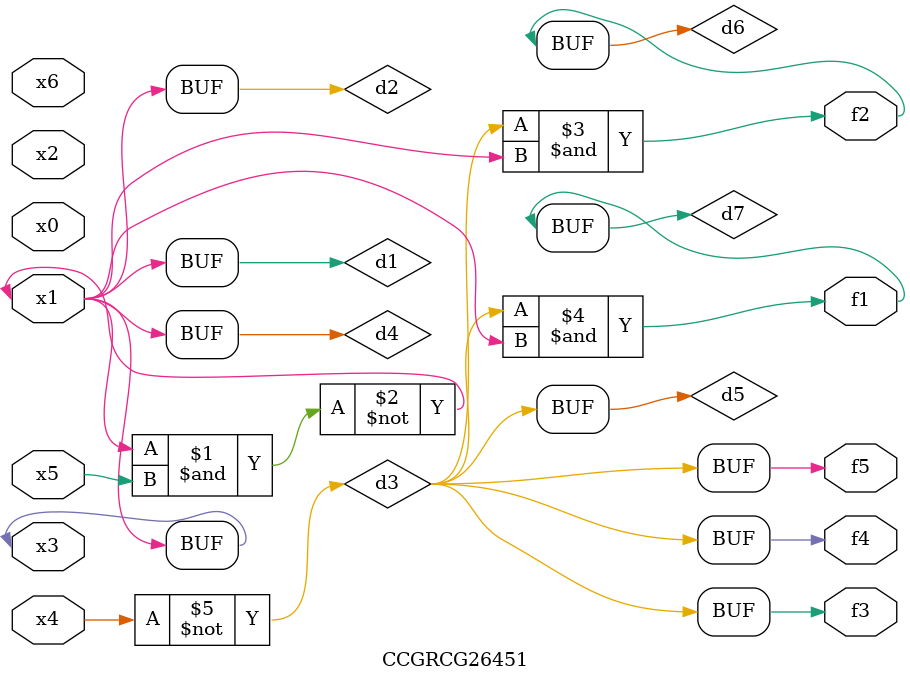
<source format=v>
module CCGRCG26451(
	input x0, x1, x2, x3, x4, x5, x6,
	output f1, f2, f3, f4, f5
);

	wire d1, d2, d3, d4, d5, d6, d7;

	buf (d1, x1, x3);
	nand (d2, x1, x5);
	not (d3, x4);
	buf (d4, d1, d2);
	buf (d5, d3);
	and (d6, d3, d4);
	and (d7, d3, d4);
	assign f1 = d7;
	assign f2 = d6;
	assign f3 = d5;
	assign f4 = d5;
	assign f5 = d5;
endmodule

</source>
